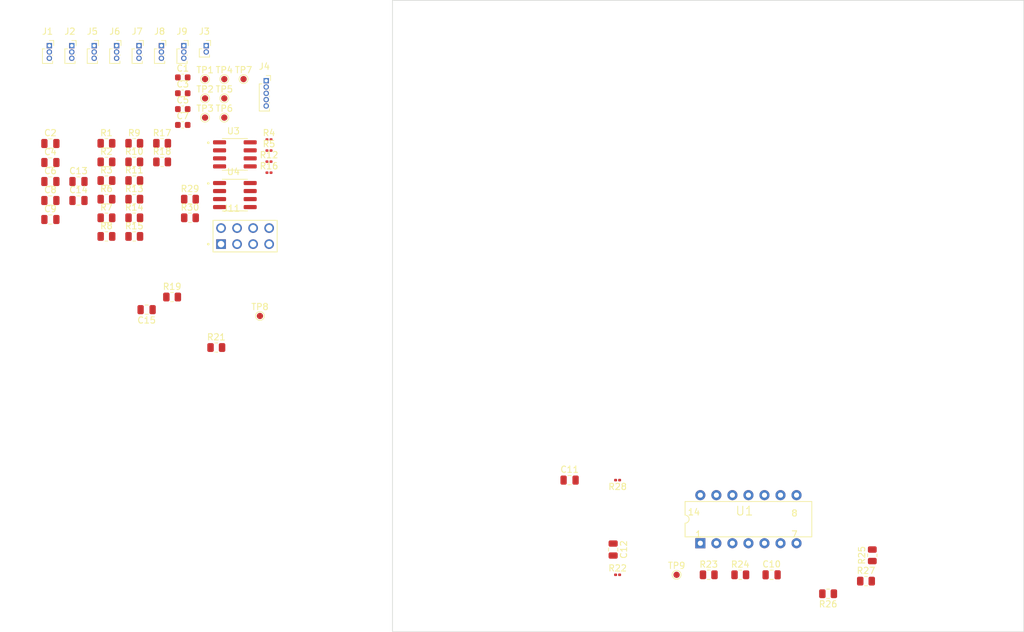
<source format=kicad_pcb>
(kicad_pcb (version 20221018) (generator pcbnew)
  (layers (0 "F.Cu" signal) (31 "B.Cu" signal) (34 "B.Paste" user) (35 "F.Paste" user) (36 "B.SilkS" user "B.Silkscreen") (37 "F.SilkS" user "F.Silkscreen") (38 "B.Mask" user) (39 "F.Mask" user) (44 "Edge.Cuts" user))
  (net 0 "")
  (net 1 "RxIn1")
  (net 2 "Net-(C1-Pad2)")
  (net 3 "Net-(U3A--)")
  (net 4 "Net-(J1-Pin_1)")
  (net 5 "Net-(J1-Pin_2)")
  (net 6 "Net-(C3-Pad2)")
  (net 7 "Net-(U3B--)")
  (net 8 "RxOut1")
  (net 9 "RxIn2")
  (net 10 "Net-(C5-Pad2)")
  (net 11 "Net-(U4A--)")
  (net 12 "Net-(J9-Pin_1)")
  (net 13 "Net-(J9-Pin_2)")
  (net 14 "Net-(C7-Pad2)")
  (net 15 "Net-(U4B--)")
  (net 16 "RxOut2")
  (net 17 "Net-(J8-Pin_3)")
  (net 18 "Net-(J5-Pin_1)")
  (net 19 "Net-(C10-Pad1)")
  (net 20 "GND")
  (net 21 "Net-(C11-Pad1)")
  (net 22 "Net-(U1A-+)")
  (net 23 "+3.3V")
  (net 24 "+12V")
  (net 25 "RxIn")
  (net 26 "TxOut")
  (net 27 "Net-(J4-Pin_5)")
  (net 28 "Net-(J5-Pin_2)")
  (net 29 "Net-(U3A-+)")
  (net 30 "Net-(U3B-+)")
  (net 31 "Net-(U4A-+)")
  (net 32 "Net-(U4B-+)")
  (net 33 "Net-(U1C-+)")
  (net 34 "Net-(U1C--)")
  (net 35 "Net-(U1D-+)")
  (net 36 "Net-(U1A--)")
  (net 37 "Net-(R25-Pad1)")
  (net 38 "Net-(U1D--)")
  (footprint "Capacitor_SMD:C_0805_2012Metric" (layer "F.Cu") (at 45.805 79.69)
    (fp_text reference "C4" (at 0 -1.68) (layer "F.SilkS"))
    (fp_text value "22p")
    (fp_line (start -0.261252 -0.735) (end 0.261252 -0.735) (stroke (width 0.12)) (layer "F.SilkS"))
    (fp_line (start -0.261252 0.735) (end 0.261252 0.735) (stroke (width 0.12)) (layer "F.SilkS"))
    (pad "1" smd roundrect (at -0.95 0) (size 1 1.45) (layers "F.Cu" "F.Paste" "F.Mask") (net 7 "Net-(U3B--)"))
    (pad "2" smd roundrect (at 0.95 0) (size 1 1.45) (layers "F.Cu" "F.Paste" "F.Mask") (net 8 "RxOut1"))
  )
  (footprint "Resistor_SMD:R_0805_2012Metric" (layer "F.Cu") (at 59.095 85.5)
    (fp_text reference "R13" (at 0 -1.65) (layer "F.SilkS"))
    (fp_text value "10k")
    (fp_line (start -0.227064 -0.735) (end 0.227064 -0.735) (stroke (width 0.12)) (layer "F.SilkS"))
    (fp_line (start -0.227064 0.735) (end 0.227064 0.735) (stroke (width 0.12)) (layer "F.SilkS"))
    (pad "1" smd roundrect (at -0.9125 0) (size 1.025 1.4) (layers "F.Cu" "F.Paste" "F.Mask") (roundrect_rratio 0.243902) (net 23 "+3.3V"))
    (pad "2" smd roundrect (at 0.9125 0) (size 1.025 1.4) (layers "F.Cu" "F.Paste" "F.Mask") (roundrect_rratio 0.243902) (net 32 "Net-(U4B-+)"))
  )
  (footprint "Connector_PinSocket_1.00mm:PinSocket_1x03_P1.00mm_Vertical" (layer "F.Cu") (at 52.745 61.18)
    (fp_text reference "J5" (at -0.29 -2.25) (layer "F.SilkS"))
    (fp_text value "Conn_01x03_Socket")
    (fp_line (start -1.1 0.5) (end -1.1 2.81) (stroke (width 0.12)) (layer "F.SilkS"))
    (fp_line (start -1.1 0.5) (end -0.685 0.5) (stroke (width 0.12)) (layer "F.SilkS"))
    (fp_line (start -1.1 2.81) (end 0.52 2.81) (stroke (width 0.12)) (layer "F.SilkS"))
    (fp_line (start 0 -0.81) (end 0.685 -0.81) (stroke (width 0.12)) (layer "F.SilkS"))
    (fp_line (start 0.52 1.445898) (end 0.52 1.554102) (stroke (width 0.12)) (layer "F.SilkS"))
    (fp_line (start 0.52 2.445898) (end 0.52 2.81) (stroke (width 0.12)) (layer "F.SilkS"))
    (fp_line (start 0.685 -0.81) (end 0.685 0) (stroke (width 0.12)) (layer "F.SilkS"))
    (pad "1" thru_hole rect (at 0 0) (size 0.85 0.85) (drill 0.5) (layers "*.Cu" "*.Mask") (net 18 "Net-(J5-Pin_1)"))
    (pad "2" thru_hole oval (at 0 1) (size 0.85 0.85) (drill 0.5) (layers "*.Cu" "*.Mask") (net 28 "Net-(J5-Pin_2)"))
    (pad "3" thru_hole oval (at 0 2) (size 0.85 0.85) (drill 0.5) (layers "*.Cu" "*.Mask") (net 20 "GND"))
  )
  (footprint "Resistor_SMD:R_0805_2012Metric" (layer "F.Cu") (at 54.685 76.65)
    (fp_text reference "R1" (at 0 -1.65) (layer "F.SilkS"))
    (fp_text value "10k")
    (fp_line (start -0.227064 -0.735) (end 0.227064 -0.735) (stroke (width 0.12)) (layer "F.SilkS"))
    (fp_line (start -0.227064 0.735) (end 0.227064 0.735) (stroke (width 0.12)) (layer "F.SilkS"))
    (pad "1" smd roundrect (at -0.9125 0) (size 1.025 1.4) (layers "F.Cu" "F.Paste" "F.Mask") (roundrect_rratio 0.243902) (net 29 "Net-(U3A-+)"))
    (pad "2" smd roundrect (at 0.9125 0) (size 1.025 1.4) (layers "F.Cu" "F.Paste" "F.Mask") (roundrect_rratio 0.243902) (net 23 "+3.3V"))
  )
  (footprint "Connector_PinSocket_1.00mm:PinSocket_1x03_P1.00mm_Vertical" (layer "F.Cu") (at 59.845 61.18)
    (fp_text reference "J7" (at -0.29 -2.25) (layer "F.SilkS"))
    (fp_text value "Conn_01x03_Socket")
    (fp_line (start -1.1 0.5) (end -1.1 2.81) (stroke (width 0.12)) (layer "F.SilkS"))
    (fp_line (start -1.1 0.5) (end -0.685 0.5) (stroke (width 0.12)) (layer "F.SilkS"))
    (fp_line (start -1.1 2.81) (end 0.52 2.81) (stroke (width 0.12)) (layer "F.SilkS"))
    (fp_line (start 0 -0.81) (end 0.685 -0.81) (stroke (width 0.12)) (layer "F.SilkS"))
    (fp_line (start 0.52 1.445898) (end 0.52 1.554102) (stroke (width 0.12)) (layer "F.SilkS"))
    (fp_line (start 0.52 2.445898) (end 0.52 2.81) (stroke (width 0.12)) (layer "F.SilkS"))
    (fp_line (start 0.685 -0.81) (end 0.685 0) (stroke (width 0.12)) (layer "F.SilkS"))
    (pad "1" thru_hole rect (at 0 0) (size 0.85 0.85) (drill 0.5) (layers "*.Cu" "*.Mask") (net 16 "RxOut2"))
    (pad "2" thru_hole oval (at 0 1) (size 0.85 0.85) (drill 0.5) (layers "*.Cu" "*.Mask") (net 20 "GND"))
    (pad "3" thru_hole oval (at 0 2) (size 0.85 0.85) (drill 0.5) (layers "*.Cu" "*.Mask") (net 20 "GND"))
  )
  (footprint "Capacitor_SMD:C_0805_2012Metric" (layer "F.Cu") (at 134.95 141 -90)
    (fp_text reference "C12" (at 0 -1.68 90) (layer "F.SilkS"))
    (fp_text value "2.2n")
    (fp_line (start -0.261252 -0.735) (end 0.261252 -0.735) (stroke (width 0.12)) (layer "F.SilkS"))
    (fp_line (start -0.261252 0.735) (end 0.261252 0.735) (stroke (width 0.12)) (layer "F.SilkS"))
    (pad "1" smd roundrect (at -0.95 0 270) (size 1 1.45) (layers "F.Cu" "F.Paste" "F.Mask") (net 21 "Net-(C11-Pad1)"))
    (pad "2" smd roundrect (at 0.95 0 270) (size 1 1.45) (layers "F.Cu" "F.Paste" "F.Mask") (net 22 "Net-(U1A-+)"))
  )
  (footprint "Resistor_SMD:R_0805_2012Metric" (layer "F.Cu") (at 63.505 79.6)
    (fp_text reference "R18" (at 0 -1.65) (layer "F.SilkS"))
    (fp_text value "10k")
    (fp_line (start -0.227064 -0.735) (end 0.227064 -0.735) (stroke (width 0.12)) (layer "F.SilkS"))
    (fp_line (start -0.227064 0.735) (end 0.227064 0.735) (stroke (width 0.12)) (layer "F.SilkS"))
    (pad "1" smd roundrect (at -0.9125 0) (size 1.025 1.4) (layers "F.Cu" "F.Paste" "F.Mask") (roundrect_rratio 0.243902) (net 20 "GND"))
    (pad "2" smd roundrect (at 0.9125 0) (size 1.025 1.4) (layers "F.Cu" "F.Paste" "F.Mask") (roundrect_rratio 0.243902) (net 33 "Net-(U1C-+)"))
  )
  (footprint "Connector_PinSocket_1.00mm:PinSocket_1x03_P1.00mm_Vertical" (layer "F.Cu") (at 49.195 61.18)
    (fp_text reference "J2" (at -0.29 -2.25) (layer "F.SilkS"))
    (fp_text value "Conn_01x03_Socket")
    (fp_line (start -1.1 0.5) (end -1.1 2.81) (stroke (width 0.12)) (layer "F.SilkS"))
    (fp_line (start -1.1 0.5) (end -0.685 0.5) (stroke (width 0.12)) (layer "F.SilkS"))
    (fp_line (start -1.1 2.81) (end 0.52 2.81) (stroke (width 0.12)) (layer "F.SilkS"))
    (fp_line (start 0 -0.81) (end 0.685 -0.81) (stroke (width 0.12)) (layer "F.SilkS"))
    (fp_line (start 0.52 1.445898) (end 0.52 1.554102) (stroke (width 0.12)) (layer "F.SilkS"))
    (fp_line (start 0.52 2.445898) (end 0.52 2.81) (stroke (width 0.12)) (layer "F.SilkS"))
    (fp_line (start 0.685 -0.81) (end 0.685 0) (stroke (width 0.12)) (layer "F.SilkS"))
    (pad "1" thru_hole rect (at 0 0) (size 0.85 0.85) (drill 0.5) (layers "*.Cu" "*.Mask") (net 20 "GND"))
    (pad "2" thru_hole oval (at 0 1) (size 0.85 0.85) (drill 0.5) (layers "*.Cu" "*.Mask") (net 23 "+3.3V"))
    (pad "3" thru_hole oval (at 0 2) (size 0.85 0.85) (drill 0.5) (layers "*.Cu" "*.Mask") (net 25 "RxIn"))
  )
  (footprint "Resistor_SMD:R_0805_2012Metric" (layer "F.Cu") (at 169 148 180)
    (fp_text reference "R26" (at 0 -1.65) (layer "F.SilkS"))
    (fp_text value "1.2k")
    (fp_line (start -0.227064 -0.735) (end 0.227064 -0.735) (stroke (width 0.12)) (layer "F.SilkS"))
    (fp_line (start -0.227064 0.735) (end 0.227064 0.735) (stroke (width 0.12)) (layer "F.SilkS"))
    (pad "1" smd roundrect (at -0.9125 0 180) (size 1.025 1.4) (layers "F.Cu" "F.Paste" "F.Mask") (roundrect_rratio 0.243902) (net 37 "Net-(R25-Pad1)"))
    (pad "2" smd roundrect (at 0.9125 0 180) (size 1.025 1.4) (layers "F.Cu" "F.Paste" "F.Mask") (roundrect_rratio 0.243902) (net 24 "+12V"))
  )
  (footprint "TL082:SOIC127P600X175-8N" (layer "F.Cu") (at 75.03 84.85)
    (fp_text reference "U4" (at -0.22823 -3.69219) (layer "F.SilkS") (effects (font (size 1.00126 1.00126))))
    (fp_text value "TL082")
    (fp_line (start -2 -2.5) (end 2 -2.5) (stroke (width 0.127)) (layer "F.SilkS"))
    (fp_line (start 2 2.5) (end -2 2.5) (stroke (width 0.127)) (layer "F.SilkS"))
    (fp_circle (center -4.21 -1.84) (end -4.11 -1.84) (stroke (width 0.2)) (fill none) (layer "F.SilkS"))
    (pad "1" smd roundrect (at -2.425 -1.905) (size 2.07 0.66) (layers "F.Cu" "F.Paste" "F.Mask") (net 12 "Net-(J9-Pin_1)"))
    (pad "2" smd roundrect (at -2.425 -0.635) (size 2.07 0.66) (layers "F.Cu" "F.Paste" "F.Mask") (net 11 "Net-(U4A--)"))
    (pad "3" smd roundrect (at -2.425 0.635) (size 2.07 0.66) (layers "F.Cu" "F.Paste" "F.Mask") (net 31 "Net-(U4A-+)"))
    (pad "4" smd roundrect (at -2.425 1.905) (size 2.07 0.66) (layers "F.Cu" "F.Paste" "F.Mask") (net 20 "GND"))
    (pad "5" smd roundrect (at 2.425 1.905) (size 2.07 0.66) (layers "F.Cu" "F.Paste" "F.Mask") (net 32 "Net-(U4B-+)"))
    (pad "6" smd roundrect (at 2.425 0.635) (size 2.07 0.66) (layers "F.Cu" "F.Paste" "F.Mask") (net 15 "Net-(U4B--)"))
    (pad "7" smd roundrect (at 2.425 -0.635) (size 2.07 0.66) (layers "F.Cu" "F.Paste" "F.Mask") (net 16 "RxOut2"))
    (pad "8" smd roundrect (at 2.425 -1.905) (size 2.07 0.66) (layers "F.Cu" "F.Paste" "F.Mask") (net 23 "+3.3V"))
  )
  (footprint "Resistor_SMD:R_0201_0603Metric" (layer "F.Cu") (at 80.435 79.55)
    (fp_text reference "R12" (at 0 -1.05) (layer "F.SilkS"))
    (fp_text value "120k")
    (pad "1" smd roundrect (at -0.32 0) (size 0.46 0.4) (layers "F.Cu" "F.Mask") (net 12 "Net-(J9-Pin_1)"))
    (pad "2" smd roundrect (at 0.32 0) (size 0.46 0.4) (layers "F.Cu" "F.Mask") (net 11 "Net-(U4A--)"))
  )
  (footprint "Resistor_SMD:R_0805_2012Metric" (layer "F.Cu") (at 54.685 85.5)
    (fp_text reference "R6" (at 0 -1.65) (layer "F.SilkS"))
    (fp_text value "1.2k")
    (fp_line (start -0.227064 -0.735) (end 0.227064 -0.735) (stroke (width 0.12)) (layer "F.SilkS"))
    (fp_line (start -0.227064 0.735) (end 0.227064 0.735) (stroke (width 0.12)) (layer "F.SilkS"))
    (pad "1" smd roundrect (at -0.9125 0) (size 1.025 1.4) (layers "F.Cu" "F.Paste" "F.Mask") (roundrect_rratio 0.243902) (net 7 "Net-(U3B--)"))
    (pad "2" smd roundrect (at 0.9125 0) (size 1.025 1.4) (layers "F.Cu" "F.Paste" "F.Mask") (roundrect_rratio 0.243902) (net 6 "Net-(C3-Pad2)"))
  )
  (footprint "PH2_08_UA:ADAM_PH2-08-UA" (layer "F.Cu") (at 76.65 91.35)
    (fp_text reference "J11" (at -2.155 -4.385) (layer "F.SilkS"))
    (fp_text value "PH2-08-UA")
    (fp_line (start -5.08 -2.5) (end -5.08 2.5) (stroke (width 0.127)) (layer "F.SilkS"))
    (fp_line (start -5.08 2.5) (end 5.08 2.5) (stroke (width 0.127)) (layer "F.SilkS"))
    (fp_line (start 5.08 -2.5) (end -5.08 -2.5) (stroke (width 0.127)) (layer "F.SilkS"))
    (fp_line (start 5.08 2.5) (end 5.08 -2.5) (stroke (width 0.127)) (layer "F.SilkS"))
    (fp_circle (center -5.83 1.27) (end -5.73 1.27) (stroke (width 0.2)) (fill none) (layer "F.SilkS"))
    (pad "1" thru_hole rect (at -3.81 1.27) (size 1.53 1.53) (drill 1.02) (layers "*.Cu" "*.Mask") (net 25 "RxIn"))
    (pad "2" thru_hole circle (at -3.81 -1.27) (size 1.53 1.53) (drill 1.02) (layers "*.Cu" "*.Mask") (net 1 "RxIn1"))
    (pad "3" thru_hole circle (at -1.27 1.27) (size 1.53 1.53) (drill 1.02) (layers "*.Cu" "*.Mask") (net 25 "RxIn"))
    (pad "4" thru_hole circle (at -1.27 -1.27) (size 1.53 1.53) (drill 1.02) (layers "*.Cu" "*.Mask") (net 9 "RxIn2"))
    (pad "5" thru_hole circle (at 1.27 1.27) (size 1.53 1.53) (drill 1.02) (layers "*.Cu" "*.Mask") (net 20 "GND"))
    (pad "6" thru_hole circle (at 1.27 -1.27) (size 1.53 1.53) (drill 1.02) (layers "*.Cu" "*.Mask") (net 1 "RxIn1"))
    (pad "7" thru_hole circle (at 3.81 1.27) (size 1.53 1.53) (drill 1.02) (layers "*.Cu" "*.Mask") (net 20 "GND"))
    (pad "8" thru_hole circle (at 3.81 -1.27) (size 1.53 1.53) (drill 1.02) (layers "*.Cu" "*.Mask") (net 9 "RxIn2"))
  )
  (footprint "Resistor_SMD:R_0805_2012Metric" (layer "F.Cu") (at 155.0875 145)
    (fp_text reference "R24" (at 0 -1.65) (layer "F.SilkS"))
    (fp_text value "11k")
    (fp_line (start -0.227064 -0.735) (end 0.227064 -0.735) (stroke (width 0.12)) (layer "F.SilkS"))
    (fp_line (start -0.227064 0.735) (end 0.227064 0.735) (stroke (width 0.12)) (layer "F.SilkS"))
    (pad "1" smd roundrect (at -0.9125 0) (size 1.025 1.4) (layers "F.Cu" "F.Paste" "F.Mask") (roundrect_rratio 0.243902) (net 36 "Net-(U1A--)"))
    (pad "2" smd roundrect (at 0.9125 0) (size 1.025 1.4) (layers "F.Cu" "F.Paste" "F.Mask") (roundrect_rratio 0.243902) (net 19 "Net-(C10-Pad1)"))
  )
  (footprint "Capacitor_SMD:C_0805_2012Metric" (layer "F.Cu") (at 128.05 130)
    (fp_text reference "C11" (at 0 -1.68) (layer "F.SilkS"))
    (fp_text value "2.2n")
    (fp_line (start -0.261252 -0.735) (end 0.261252 -0.735) (stroke (width 0.12)) (layer "F.SilkS"))
    (fp_line (start -0.261252 0.735) (end 0.261252 0.735) (stroke (width 0.12)) (layer "F.SilkS"))
    (pad "1" smd roundrect (at -0.95 0) (size 1 1.45) (layers "F.Cu" "F.Paste" "F.Mask") (net 21 "Net-(C11-Pad1)"))
    (pad "2" smd roundrect (at 0.95 0) (size 1 1.45) (layers "F.Cu" "F.Paste" "F.Mask") (net 20 "GND"))
  )
  (footprint "Resistor_SMD:R_0805_2012Metric" (layer "F.Cu") (at 67.915 88.45)
    (fp_text reference "R30" (at 0 -1.65) (layer "F.SilkS"))
    (fp_text value "390")
    (fp_line (start -0.227064 -0.735) (end 0.227064 -0.735) (stroke (width 0.12)) (layer "F.SilkS"))
    (fp_line (start -0.227064 0.735) (end 0.227064 0.735) (stroke (width 0.12)) (layer "F.SilkS"))
    (pad "1" smd roundrect (at -0.9125 0) (size 1.025 1.4) (layers "F.Cu" "F.Paste" "F.Mask") (roundrect_rratio 0.243902) (net 27 "Net-(J4-Pin_5)"))
    (pad "2" smd roundrect (at 0.9125 0) (size 1.025 1.4) (layers "F.Cu" "F.Paste" "F.Mask") (roundrect_rratio 0.243902) (net 20 "GND"))
  )
  (footprint "Resistor_SMD:R_0805_2012Metric" (layer "F.Cu") (at 54.685 79.6)
    (fp_text reference "R2" (at 0 -1.65) (layer "F.SilkS"))
    (fp_text value "10k")
    (fp_line (start -0.227064 -0.735) (end 0.227064 -0.735) (stroke (width 0.12)) (layer "F.SilkS"))
    (fp_line (start -0.227064 0.735) (end 0.227064 0.735) (stroke (width 0.12)) (layer "F.SilkS"))
    (pad "1" smd roundrect (at -0.9125 0) (size 1.025 1.4) (layers "F.Cu" "F.Paste" "F.Mask") (roundrect_rratio 0.243902) (net 20 "GND"))
    (pad "2" smd roundrect (at 0.9125 0) (size 1.025 1.4) (layers "F.Cu" "F.Paste" "F.Mask") (roundrect_rratio 0.243902) (net 29 "Net-(U3A-+)"))
  )
  (footprint "Capacitor_SMD:C_0805_2012Metric" (layer "F.Cu") (at 45.805 88.72)
    (fp_text reference "C9" (at 0 -1.68) (layer "F.SilkS"))
    (fp_text value "10u")
    (fp_line (start -0.261252 -0.735) (end 0.261252 -0.735) (stroke (width 0.12)) (layer "F.SilkS"))
    (fp_line (start -0.261252 0.735) (end 0.261252 0.735) (stroke (width 0.12)) (layer "F.SilkS"))
    (pad "1" smd roundrect (at -0.95 0) (size 1 1.45) (layers "F.Cu" "F.Paste" "F.Mask") (net 17 "Net-(J8-Pin_3)"))
    (pad "2" smd roundrect (at 0.95 0) (size 1 1.45) (layers "F.Cu" "F.Paste" "F.Mask") (net 18 "Net-(J5-Pin_1)"))
  )
  (footprint "Resistor_SMD:R_0805_2012Metric" (layer "F.Cu") (at 54.685 82.55)
    (fp_text reference "R3" (at 0 -1.65) (layer "F.SilkS"))
    (fp_text value "1.2k")
    (fp_line (start -0.227064 -0.735) (end 0.227064 -0.735) (stroke (width 0.12)) (layer "F.SilkS"))
    (fp_line (start -0.227064 0.735) (end 0.227064 0.735) (stroke (width 0.12)) (layer "F.SilkS"))
    (pad "1" smd roundrect (at -0.9125 0) (size 1.025 1.4) (layers "F.Cu" "F.Paste" "F.Mask") (roundrect_rratio 0.243902) (net 3 "Net-(U3A--)"))
    (pad "2" smd roundrect (at 0.9125 0) (size 1.025 1.4) (layers "F.Cu" "F.Paste" "F.Mask") (roundrect_rratio 0.243902) (net 2 "Net-(C1-Pad2)"))
  )
  (footprint "TL082:SOIC127P600X175-8N" (layer "F.Cu") (at 75.03 78.4)
    (fp_text reference "U3" (at -0.22823 -3.69219) (layer "F.SilkS") (effects (font (size 1.00126 1.00126))))
    (fp_text value "TL082")
    (fp_line (start -2 -2.5) (end 2 -2.5) (stroke (width 0.127)) (layer "F.SilkS"))
    (fp_line (start 2 2.5) (end -2 2.5) (stroke (width 0.127)) (layer "F.SilkS"))
    (fp_circle (center -4.21 -1.84) (end -4.11 -1.84) (stroke (width 0.2)) (fill none) (layer "F.SilkS"))
    (pad "1" smd roundrect (at -2.425 -1.905) (size 2.07 0.66) (layers "F.Cu" "F.Paste" "F.Mask") (net 4 "Net-(J1-Pin_1)"))
    (pad "2" smd roundrect (at -2.425 -0.635) (size 2.07 0.66) (layers "F.Cu" "F.Paste" "F.Mask") (net 3 "Net-(U3A--)"))
    (pad "3" smd roundrect (at -2.425 0.635) (size 2.07 0.66) (layers "F.Cu" "F.Paste" "F.Mask") (net 29 "Net-(U3A-+)"))
    (pad "4" smd roundrect (at -2.425 1.905) (size 2.07 0.66) (layers "F.Cu" "F.Paste" "F.Mask") (net 20 "GND"))
    (pad "5" smd roundrect (at 2.425 1.905) (size 2.07 0.66) (layers "F.Cu" "F.Paste" "F.Mask") (net 30 "Net-(U3B-+)"))
    (pad "6" smd roundrect (at 2.425 0.635) (size 2.07 0.66) (layers "F.Cu" "F.Paste" "F.Mask") (net 7 "Net-(U3B--)"))
    (pad "7" smd roundrect (at 2.425 -0.635) (size 2.07 0.66) (layers "F.Cu" "F.Paste" "F.Mask") (net 8 "RxOut1"))
    (pad "8" smd roundrect (at 2.425 -1.905) (size 2.07 0.66) (layers "F.Cu" "F.Paste" "F.Mask") (net 23 "+3.3V"))
  )
  (footprint "Connector_PinSocket_1.00mm:PinSocket_1x03_P1.00mm_Vertical" (layer "F.Cu") (at 56.295 61.18)
    (fp_text reference "J6" (at -0.29 -2.25) (layer "F.SilkS"))
    (fp_text value "Conn_01x03_Socket")
    (fp_line (start -1.1 0.5) (end -1.1 2.81) (stroke (width 0.12)) (layer "F.SilkS"))
    (fp_line (start -1.1 0.5) (end -0.685 0.5) (stroke (width 0.12)) (layer "F.SilkS"))
    (fp_line (start -1.1 2.81) (end 0.52 2.81) (stroke (width 0.12)) (layer "F.SilkS"))
    (fp_line (start 0 -0.81) (end 0.685 -0.81) (stroke (width 0.12)) (layer "F.SilkS"))
    (fp_line (start 0.52 1.445898) (end 0.52 1.554102) (stroke (width 0.12)) (layer "F.SilkS"))
    (fp_line (start 0.52 2.445898) (end 0.52 2.81) (stroke (width 0.12)) (layer "F.SilkS"))
    (fp_line (start 0.685 -0.81) (end 0.685 0) (stroke (width 0.12)) (layer "F.SilkS"))
    (pad "1" thru_hole rect (at 0 0) (size 0.85 0.85) (drill 0.5) (layers "*.Cu" "*.Mask") (net 8 "RxOut1"))
    (pad "2" thru_hole oval (at 0 1) (size 0.85 0.85) (drill 0.5) (layers "*.Cu" "*.Mask") (net 20 "GND"))
    (pad "3" thru_hole oval (at 0 2) (size 0.85 0.85) (drill 0.5) (layers "*.Cu" "*.Mask") (net 20 "GND"))
  )
  (footprint "Resistor_SMD:R_0805_2012Metric" (layer "F.Cu") (at 150.0875 145)
    (fp_text reference "R23" (at 0 -1.65) (layer "F.SilkS"))
    (fp_text value "20k")
    (fp_line (start -0.227064 -0.735) (end 0.227064 -0.735) (stroke (width 0.12)) (layer "F.SilkS"))
    (fp_line (start -0.227064 0.735) (end 0.227064 0.735) (stroke (width 0.12)) (layer "F.SilkS"))
    (pad "1" smd roundrect (at -0.9125 0) (size 1.025 1.4) (layers "F.Cu" "F.Paste" "F.Mask") (roundrect_rratio 0.243902) (net 26 "TxOut"))
    (pad "2" smd roundrect (at 0.9125 0) (size 1.025 1.4) (layers "F.Cu" "F.Paste" "F.Mask") (roundrect_rratio 0.243902) (net 36 "Net-(U1A--)"))
  )
  (footprint "TestPoint:TestPoint_Pad_D1.0mm" (layer "F.Cu") (at 73.355 66.48)
    (fp_text reference "TP4" (at 0 -1.448) (layer "F.SilkS"))
    (fp_text value "TestPoint")
    (fp_circle (center 0 0) (end 0 0.7) (stroke (width 0.12)) (fill none) (layer "F.SilkS"))
    (pad "1" smd circle (at 0 0) (size 1 1) (layers "F.Cu" "F.Mask") (net 16 "RxOut2"))
  )
  (footprint "TestPoint:TestPoint_Pad_D1.0mm" (layer "F.Cu") (at 73.355 69.53)
    (fp_text reference "TP5" (at 0 -1.448) (layer "F.SilkS"))
    (fp_text value "TestPoint")
    (fp_circle (center 0 0) (end 0 0.7) (stroke (width 0.12)) (fill none) (layer "F.SilkS"))
    (pad "1" smd circle (at 0 0) (size 1 1) (layers "F.Cu" "F.Mask") (net 1 "RxIn1"))
  )
  (footprint "Capacitor_SMD:C_0603_1608Metric" (layer "F.Cu") (at 66.775 68.72)
    (fp_text reference "C3" (at 0 -1.43) (layer "F.SilkS"))
    (fp_text value "6.8n")
    (fp_line (start -0.14058 -0.51) (end 0.14058 -0.51) (stroke (width 0.12)) (layer "F.SilkS"))
    (fp_line (start -0.14058 0.51) (end 0.14058 0.51) (stroke (width 0.12)) (layer "F.SilkS"))
    (pad "1" smd roundrect (at -0.775 0) (size 0.9 0.95) (layers "F.Cu" "F.Paste" "F.Mask") (net 5 "Net-(J1-Pin_2)"))
    (pad "2" smd roundrect (at 0.775 0) (size 0.9 0.95) (layers "F.Cu" "F.Paste" "F.Mask") (net 6 "Net-(C3-Pad2)"))
  )
  (footprint "Resistor_SMD:R_0805_2012Metric" (layer "F.Cu") (at 59.095 82.55)
    (fp_text reference "R11" (at 0 -1.65) (layer "F.SilkS"))
    (fp_text value "10k")
    (fp_line (start -0.227064 -0.735) (end 0.227064 -0.735) (stroke (width 0.12)) (layer "F.SilkS"))
    (fp_line (start -0.227064 0.735) (end 0.227064 0.735) (stroke (width 0.12)) (layer "F.SilkS"))
    (pad "1" smd roundrect (at -0.9125 0) (size 1.025 1.4) (layers "F.Cu" "F.Paste" "F.Mask") (roundrect_rratio 0.243902) (net 20 "GND"))
    (pad "2" smd roundrect (at 0.9125 0) (size 1.025 1.4) (layers "F.Cu" "F.Paste" "F.Mask") (roundrect_rratio 0.243902) (net 31 "Net-(U4A-+)"))
  )
  (footprint "Capacitor_SMD:C_0805_2012Metric" (layer "F.Cu") (at 61.05 103 180)
    (fp_text reference "C15" (at 0 -1.68) (layer "F.SilkS"))
    (fp_text value "0.1u")
    (fp_line (start -0.261252 -0.735) (end 0.261252 -0.735) (stroke (width 0.12)) (layer "F.SilkS"))
    (fp_line (start -0.261252 0.735) (end 0.261252 0.735) (stroke (width 0.12)) (layer "F.SilkS"))
    (pad "1" smd roundrect (at -0.95 0 180) (size 1 1.45) (layers "F.Cu" "F.Paste" "F.Mask") (net 24 "+12V"))
    (pad "2" smd roundrect (at 0.95 0 180) (size 1 1.45) (layers "F.Cu" "F.Paste" "F.Mask") (net 20 "GND"))
  )
  (footprint "Resistor_SMD:R_0201_0603Metric" (layer "F.Cu") (at 80.435 76.05)
    (fp_text reference "R4" (at 0 -1.05) (layer "F.SilkS"))
    (fp_text value "120k")
    (pad "1" smd roundrect (at -0.32 0) (size 0.46 0.4) (layers "F.Cu" "F.Mask") (net 8 "RxOut1"))
    (pad "2" smd roundrect (at 0.32 0) (size 0.46 0.4) (layers "F.Cu" "F.Mask") (net 7 "Net-(U3B--)"))
  )
  (footprint "Resistor_SMD:R_0201_0603Metric" (layer "F.Cu") (at 80.435 77.8)
    (fp_text reference "R5" (at 0 -1.05) (layer "F.SilkS"))
    (fp_text value "120k")
    (pad "1" smd roundrect (at -0.32 0) (size 0.46 0.4) (layers "F.Cu" "F.Mask") (net 4 "Net-(J1-Pin_1)"))
    (pad "2" smd roundrect (at 0.32 0) (size 0.46 0.4) (layers "F.Cu" "F.Mask") (net 3 "Net-(U3A--)"))
  )
  (footprint "Connector_PinSocket_1.00mm:PinSocket_1x03_P1.00mm_Vertical" (layer "F.Cu") (at 63.395 61.18)
    (fp_text reference "J8" (at -0.29 -2.25) (layer "F.SilkS"))
    (fp_text value "Conn_01x03_Socket")
    (fp_line (start -1.1 0.5) (end -1.1 2.81) (stroke (width 0.12)) (layer "F.SilkS"))
    (fp_line (start -1.1 0.5) (end -0.685 0.5) (stroke (width 0.12)) (layer "F.SilkS"))
    (fp_line (start -1.1 2.81) (end 0.52 2.81) (stroke (width 0.12)) (layer "F.SilkS"))
    (fp_line (start 0 -0.81) (end 0.685 -0.81) (stroke (width 0.12)) (layer "F.SilkS"))
    (fp_line (start 0.52 1.445898) (end 0.52 1.554102) (stroke (width 0.12)) (layer "F.SilkS"))
    (fp_line (start 0.52 2.445898) (end 0.52 2.81) (stroke (width 0.12)) (layer "F.SilkS"))
    (fp_line (start 0.685 -0.81) (end 0.685 0) (stroke (width 0.12)) (layer "F.SilkS"))
    (pad "1" thru_hole rect (at 0 0) (size 0.85 0.85) (drill 0.5) (layers "*.Cu" "*.Mask") (net 20 "GND"))
    (pad "2" thru_hole oval (at 0 1) (size 0.85 0.85) (drill 0.5) (layers "*.Cu" "*.Mask") (net 20 "GND"))
    (pad "3" thru_hole oval (at 0 2) (size 0.85 0.85) (drill 0.5) (layers "*.Cu" "*.Mask") (net 17 "Net-(J8-Pin_3)"))
  )
  (footprint "Resistor_SMD:R_0805_2012Metric" (layer "F.Cu") (at 59.095 91.4)
    (fp_text reference "R15" (at 0 -1.65) (layer "F.SilkS"))
    (fp_text value "1.2k")
    (fp_line (start -0.227064 -0.735) (end 0.227064 -0.735) (stroke (width 0.12)) (layer "F.SilkS"))
    (fp_line (start -0.227064 0.735) (end 0.227064 0.735) (stroke (width 0.12)) (layer "F.SilkS"))
    (pad "1" smd roundrect (at -0.9125 0) (size 1.025 1.4) (layers "F.Cu" "F.Paste" "F.Mask") (roundrect_rratio 0.243902) (net 15 "Net-(U4B--)"))
    (pad "2" smd roundrect (at 0.9125 0) (size 1.025 1.4) (layers "F.Cu" "F.Paste" "F.Mask") (roundrect_rratio 0.243902) (net 14 "Net-(C7-Pad2)"))
  )
  (footprint "Resistor_SMD:R_0805_2012Metric" (layer "F.Cu") (at 72.0875 109)
    (fp_text reference "R21" (at 0 -1.65) (layer "F.SilkS"))
    (fp_text value "1k")
    (fp_line (start -0.227064 -0.735) (end 0.227064 -0.735) (stroke (width 0.12)) (layer "F.SilkS"))
    (fp_line (start -0.227064 0.735) (end 0.227064 0.735) (stroke (width 0.12)) (layer "F.SilkS"))
    (pad "1" smd roundrect (at -0.9125 0) (size 1.025 1.4) (layers "F.Cu" "F.Paste" "F.Mask") (roundrect_rratio 0.243902) (net 34 "Net-(U1C--)"))
    (pad "2" smd roundrect (at 0.9125 0) (size 1.025 1.4) (layers "F.Cu" "F.Paste" "F.Mask") (roundrect_rratio 0.243902) (net 35 "Net-(U1D-+)"))
  )
  (footprint "Capacitor_SMD:C_0805_2012Metric" (layer "F.Cu") (at 160.05 145)
    (fp_text reference "C10" (at 0 -1.68) (layer "F.SilkS"))
    (fp_text value "10u")
    (fp_line (start -0.261252 -0.735) (end 0.261252 -0.735) (stroke (width 0.12)) (layer "F.SilkS"))
    (fp_line (start -0.261252 0.735) (end 0.261252 0.735) (stroke (width 0.12)) (layer "F.SilkS"))
    (pad "1" smd roundrect (at -0.95 0) (size 1 1.45) (layers "F.Cu" "F.Paste" "F.Mask") (net 19 "Net-(C10-Pad1)"))
    (pad "2" smd roundrect (at 0.95 0) (size 1 1.45) (layers "F.Cu" "F.Paste" "F.Mask") (net 20 "GND"))
  )
  (footprint "Resistor_SMD:R_0805_2012Metric" (layer "F.Cu") (at 176 141.9125 90)
    (fp_text reference "R25" (at 0 -1.65 90) (layer "F.SilkS"))
    (fp_text value "3k")
    (fp_line (start -0.227064 -0.735) (end 0.227064 -0.735) (stroke (width 0.12)) (layer "F.SilkS"))
    (fp_line (start -0.227064 0.735) (end 0.227064 0.735) (stroke (width 0.12)) (layer "F.SilkS"))
    (pad "1" smd roundrect (at -0.9125 0 90) (size 1.025 1.4) (layers "F.Cu" "F.Paste" "F.Mask") (roundrect_rratio 0.243902) (net 37 "Net-(R25-Pad1)"))
    (pad "2" smd roundrect (at 0.9125 0 90) (size 1.025 1.4) (layers "F.Cu" "F.Paste" "F.Mask") (roundrect_rratio 0.243902) (net 22 "Net-(U1A-+)"))
  )
  (footprint "TestPoint:TestPoint_Pad_D1.0mm" (layer "F.Cu") (at 70.305 66.48)
    (fp_text reference "TP1" (at 0 -1.448) (layer "F.SilkS"))
    (fp_text value "TestPoint")
    (fp_circle (center 0 0) (end 0 0.7) (stroke (width 0.12)) (fill none) (layer "F.SilkS"))
    (pad "1" smd circle (at 0 0) (size 1 1) (layers "F.Cu" "F.Mask") (net 4 "Net-(J1-Pin_1)"))
  )
  (footprint "Resistor_SMD:R_0805_2012Metric" (layer "F.Cu") (at 63.505 76.65)
    (fp_text reference "R17" (at 0 -1.65) (layer "F.SilkS"))
    (fp_text value "10k")
    (fp_line (start -0.227064 -0.735) (end 0.227064 -0.735) (stroke (width 0.12)) (layer "F.SilkS"))
    (fp_line (start -0.227064 0.735) (end 0.227064 0.735) (stroke (width 0.12)) (layer "F.SilkS"))
    (pad "1" smd roundrect (at -0.9125 0) (size 1.025 1.4) (layers "F.Cu" "F.Paste" "F.Mask") (roundrect_rratio 0.243902) (net 33 "Net-(U1C-+)"))
    (pad "2" smd roundrect (at 0.9125 0) (size 1.025 1.4) (layers "F.Cu" "F.Paste" "F.Mask") (roundrect_rratio 0.243902) (net 24 "+12V"))
  )
  (footprint "Capacitor_SMD:C_0603_1608Metric" (layer "F.Cu") (at 66.775 73.74)
    (fp_text reference "C7" (at 0 -1.43) (layer "F.SilkS"))
    (fp_text value "6.8n")
    (fp_line (start -0.14058 -0.51) (end 0.14058 -0.51) (stroke (width 0.12)) (layer "F.SilkS"))
    (fp_line (start -0.14058 0.51) (end 0.14058 0.51) (stroke (width 0.12)) (layer "F.SilkS"))
    (pad "1" smd roundrect (at -0.775 0) (size 0.9 0.95) (layers "F.Cu" "F.Paste" "F.Mask") (net 13 "Net-(J9-Pin_2)"))
    (pad "2" smd roundrect (at 0.775 0) (size 0.9 0.95) (layers "F.Cu" "F.Paste" "F.Mask") (net 14 "Net-(C7-Pad2)"))
  )
  (footprint "Connector_PinSocket_1.00mm:PinSocket_1x03_P1.00mm_Vertical" (layer "F.Cu") (at 66.945 61.18)
    (fp_text reference "J9" (at -0.29 -2.25) (layer "F.SilkS"))
    (fp_text value "Conn_01x03_Socket")
    (fp_line (start -1.1 0.5) (end -1.1 2.81) (stroke (width 0.12)) (layer "F.SilkS"))
    (fp_line (start -1.1 0.5) (end -0.685 0.5) (stroke (width 0.12)) (layer "F.SilkS"))
    (fp_line (start -1.1 2.81) (end 0.52 2.81) (stroke (width 0.12)) (layer "F.SilkS"))
    (fp_line (start 0 -0.81) (end 0.685 -0.81) (stroke (width 0.12)) (layer "F.SilkS"))
    (fp_line (start 0.52 1.445898) (end 0.52 1.554102) (stroke (width 0.12)) (layer "F.SilkS"))
    (fp_line (start 0.52 2.445898) (end 0.52 2.81) (stroke (width 0.12)) (layer "F.SilkS"))
    (fp_line (start 0.685 -0.81) (end 0.685 0) (stroke (width 0.12)) (layer "F.SilkS"))
    (pad "1" thru_hole rect (at 0 0) (size 0.85 0.85) (drill 0.5) (layers "*.Cu" "*.Mask") (net 12 "Net-(J9-Pin_1)"))
    (pad "2" thru_hole oval (at 0 1) (size 0.85 0.85) (drill 0.5) (layers "*.Cu" "*.Mask") (net 13 "Net-(J9-Pin_2)"))
    (pad "3" thru_hole oval (at 0 2) (size 0.85 0.85) (drill 0.5) (layers "*.Cu" "*.Mask") (net 20 "GND"))
  )
  (footprint "Capacitor_SMD:C_0603_1608Metric" (layer "F.Cu") (at 66.775 66.21)
    (fp_text reference "C1" (at 0 -1.43) (layer "F.SilkS"))
    (fp_text value "6.8n")
    (fp_line (start -0.14058 -0.51) (end 0.14058 -0.51) (stroke (width 0.12)) (layer "F.SilkS"))
    (fp_line (start -0.14058 0.51) (end 0.14058 0.51) (stroke (width 0.12)) (layer "F.SilkS"))
    (pad "1" smd roundrect (at -0.775 0) (size 0.9 0.95) (layers "F.Cu" "F.Paste" "F.Mask") (net 1 "RxIn1"))
    (pad "2" smd roundrect (at 0.775 0) (size 0.9 0.95) (layers "F.Cu" "F.Paste" "F.Mask") (net 2 "Net-(C1-Pad2)"))
  )
  (footprint "Capacitor_SMD:C_0805_2012Metric" (layer "F.Cu") (at 45.805 76.68)
    (fp_text reference "C2" (at 0 -1.68) (layer "F.SilkS"))
    (fp_text value "22p")
    (fp_line (start -0.261252 -0.735) (end 0.261252 -0.735) (stroke (width 0.12)) (layer "F.SilkS"))
    (fp_line (start -0.261252 0.735) (end 0.261252 0.735) (stroke (width 0.12)) (layer "F.SilkS"))
    (pad "1" smd roundrect (at -0.95 0) (size 1 1.45) (layers "F.Cu" "F.Paste" "F.Mask") (net 3 "Net-(U3A--)"))
    (pad "2" smd roundrect (at 0.95 0) (size 1 1.45) (layers "F.Cu" "F.Paste" "F.Mask") (net 4 "Net-(J1-Pin_1)"))
  )
  (footprint "TestPoint:TestPoint_Pad_D1.0mm" (layer "F.Cu") (at 73.355 72.58)
    (fp_text reference "TP6" (at 0 -1.448) (layer "F.SilkS"))
    (fp_text value "TestPoint")
    (fp_circle (center 0 0) (end 0 0.7) (stroke (width 0.12)) (fill none) (layer "F.SilkS"))
    (pad "1" smd circle (at 0 0) (size 1 1) (layers "F.Cu" "F.Mask") (net 9 "RxIn2"))
  )
  (footprint "Resistor_SMD:R_0805_2012Metric" (layer "F.Cu") (at 59.095 76.65)
    (fp_text reference "R9" (at 0 -1.65) (layer "F.SilkS"))
    (fp_text value "1.2k")
    (fp_line (start -0.227064 -0.735) (end 0.227064 -0.735) (stroke (width 0.12)) (layer "F.SilkS"))
    (fp_line (start -0.227064 0.735) (end 0.227064 0.735) (stroke (width 0.12)) (layer "F.SilkS"))
    (pad "1" smd roundrect (at -0.9125 0) (size 1.025 1.4) (layers "F.Cu" "F.Paste" "F.Mask") (roundrect_rratio 0.243902) (net 11 "Net-(U4A--)"))
    (pad "2" smd roundrect (at 0.9125 0) (size 1.025 1.4) (layers "F.Cu" "F.Paste" "F.Mask") (roundrect_rratio 0.243902) (net 10 "Net-(C5-Pad2)"))
  )
  (footprint "Resistor_SMD:R_0805_2012Metric" (layer "F.Cu") (at 59.095 79.6)
    (fp_text reference "R10" (at 0 -1.65) (layer "F.SilkS"))
    (fp_text value "10k")
    (fp_line (start -0.227064 -0.735) (end 0.227064 -0.735) (stroke (width 0.12)) (layer "F.SilkS"))
    (fp_line (start -0.227064 0.735) (end 0.227064 0.735) (stroke (width 0.12)) (layer "F.SilkS"))
    (pad "1" smd roundrect (at -0.9125 0) (size 1.025 1.4) (layers "F.Cu" "F.Paste" "F.Mask") (roundrect_rratio 0.243902) (net 31 "Net-(U4A-+)"))
    (pad "2" smd roundrect (at 0.9125 0) (size 1.025 1.4) (layers "F.Cu" "F.Paste" "F.Mask") (roundrect_rratio 0.243902) (net 23 "+3.3V"))
  )
  (footprint "Capacitor_SMD:C_0805_2012Metric" (layer "F.Cu") (at 45.805 82.7)
    (fp_text reference "C6" (at 0 -1.68) (layer "F.SilkS"))
    (fp_text value "22p")
    (fp_line (start -0.261252 -0.735) (end 0.261252 -0.735) (stroke (width 0.12)) (layer "F.SilkS"))
    (fp_line (start -0.261252 0.735) (end 0.261252 0.735) (stroke (width 0.12)) (layer "F.SilkS"))
    (pad "1" smd roundrect (at -0.95 0) (size 1 1.45) (layers "F.Cu" "F.Paste" "F.Mask") (net 11 "Net-(U4A--)"))
    (pad "2" smd roundrect (at 0.95 0) (size 1 1.45) (layers "F.Cu" "F.Paste" "F.Mask") (net 12 "Net-(J9-Pin_1)"))
  )
  (footprint "Resistor_SMD:R_0805_2012Metric" (layer "F.Cu") (at 67.915 85.5)
    (fp_text reference "R29" (at 0 -1.65) (layer "F.SilkS"))
    (fp_text value "240")
    (fp_line (start -0.227064 -0.735) (end 0.227064 -0.735) (stroke (width 0.12)) (layer "F.SilkS"))
    (fp_line (start -0.227064 0.735) (end 0.227064 0.735) (stroke (width 0.12)) (layer "F.SilkS"))
    (pad "1" smd roundrect (at -0.9125 0) (size 1.025 1.4) (layers "F.Cu" "F.Paste" "F.Mask") (roundrect_rratio 0.243902) (net 23 "+3.3V"))
    (pad "2" smd roundrect (at 0.9125 0) (size 1.025 1.4) (layers "F.Cu" "F.Paste" "F.Mask") (roundrect_rratio 0.243902) (net 27 "Net-(J4-Pin_5)"))
  )
  (footprint "Resistor_SMD:R_0805_2012Metric" (layer "F.Cu") (at 54.685 88.45)
    (fp_text reference "R7" (at 0 -1.65) (layer "F.SilkS"))
    (fp_text value "10k")
    (fp_line (start -0.227064 -0.735) (end 0.227064 -0.735) (stroke (width 0.12)) (layer "F.SilkS"))
    (fp_line (start -0.227064 0.735) (end 0.227064 0.735) (stroke (width 0.12)) (layer "F.SilkS"))
    (pad "1" smd roundrect (at -0.9125 0) (size 1.025 1.4) (layers "F.Cu" "F.Paste" "F.Mask") (roundrect_rratio 0.243902) (net 23 "+3.3V"))
    (pad "2" smd roundrect (at 0.9125 0) (size 1.025 1.4) (layers "F.Cu" "F.Paste" "F.Mask") (roundrect_rratio 0.243902) (net 30 "Net-(U3B-+)"))
  )
  (footprint "Connector_PinSocket_1.00mm:PinSocket_1x05_P1.00mm_Vertical" (layer "F.Cu") (at 79.995 66.73)
    (fp_text reference "J4" (at -0.29 -2.25) (layer "F.SilkS"))
    (fp_text value "Conn_01x05_Socket")
    (fp_line (start -1.1 0.5) (end -1.1 4.81) (stroke (width 0.12)) (layer "F.SilkS"))
    (fp_line (start -1.1 0.5) (end -0.685 0.5) (stroke (width 0.12)) (layer "F.SilkS"))
    (fp_line (start -1.1 4.81) (end 0.52 4.81) (stroke (width 0.12)) (layer "F.SilkS"))
    (fp_line (start 0 -0.81) (end 0.685 -0.81) (stroke (width 0.12)) (layer "F.SilkS"))
    (fp_line (start 0.52 1.445898) (end 0.52 1.554102) (stroke (width 0.12)) (layer "F.SilkS"))
    (fp_line (start 0.52 2.445898) (end 0.52 2.554102) (stroke (width 0.12)) (layer "F.SilkS"))
    (fp_line (start 0.52 3.445898) (end 0.52 3.554102) (stroke (width 0.12)) (layer "F.SilkS"))
    (fp_line (start 0.52 4.445898) (end 0.52 4.81) (stroke (width 0.12)) (layer "F.SilkS"))
    (fp_line (start 0.685 -0.81) (end 0.685 0) (stroke (width 0.12)) (layer "F.SilkS"))
    (pad "1" thru_hole rect (at 0 0) (size 0.85 0.85) (drill 0.5) (layers "*.Cu" "*.Mask") (net 24 "+12V"))
    (pad "2" thru_hole oval (at 0 1) (size 0.85 0.85) (drill 0.5) (layers "*.Cu" "*.Mask") (net 20 "GND"))
    (pad "3" thru_hole oval (at 0 2) (size 0.85 0.85) (drill 0.5) (layers "*.Cu" "*.Mask") (net 24 "+12V"))
    (pad "4" thru_hole oval (at 0 3) (size 0.85 0.85) (drill 0.5) (layers "*.Cu" "*.Mask") (net 23 "+3.3V"))
    (pad "5" thru_hole oval (at 0 4) (size 0.85 0.85) (drill 0.5) (layers "*.Cu" "*.Mask") (net 27 "Net-(J4-Pin_5)"))
  )
  (footprint "MC33079P:DIL14" (layer "F.Cu") (at 156.38 136.19)
    (fp_text reference "U1" (at -0.635 -1.2954) (layer "F.SilkS") (effects (font (size 1.4 1.4))))
    (fp_text value "MC33079")
    (fp_text user "7" (at 7.2898 2.3876) (layer "F.SilkS"))
    (fp_text user "1" (at -7.9248 2.3876) (layer "F.SilkS"))
    (fp_text user "8" (at 7.2898 -0.9398) (layer "F.SilkS"))
    (fp_text user "14" (at -8.636 -1.1176) (layer "F.SilkS"))
    (fp_line (start -10.033 -2.794) (end -10.033 -0.635) (stroke (width 0.127)) (layer "F.SilkS"))
    (fp_line (start -10.033 0.635) (end -10.033 2.794) (stroke (width 0.127)) (layer "F.SilkS"))
    (fp_line (start -10.033 2.794) (end 10.033 2.794) (stroke (width 0.127)) (layer "F.SilkS"))
    (fp_line (start 10.033 -2.794) (end -10.033 -2.794) (stroke (width 0.127)) (layer "F.SilkS"))
    (fp_line (start 10.033 2.794) (end 10.033 -2.794) (stroke (width 0.127)) (layer "F.SilkS"))
    (fp_arc (start -10.033 -0.635) (mid -9.398 0) (end -10.033 0.635) (stroke (width 0.127)) (layer "F.SilkS"))
    (pad "1" thru_hole rect (at -7.62 3.81) (size 1.6002 1.6002) (drill 0.8128) (layers "*.Cu" "*.Mask") (net 26 "TxOut"))
    (pad "2" thru_hole circle (at -5.08 3.81) (size 1.6002 1.6002) (drill 0.8128) (layers "*.Cu" "*.Mask") (net 36 "Net-(U1A--)"))
    (pad "3" thru_hole circle (at -2.54 3.81) (size 1.6002 1.6002) (drill 0.8128) (layers "*.Cu" "*.Mask") (net 22 "Net-(U1A-+)"))
    (pad "4" thru_hole circle (at 0 3.81) (size 1.6002 1.6002) (drill 0.8128) (layers "*.Cu" "*.Mask") (net 24 "+12V"))
    (pad "5" thru_hole circle (at 2.54 3.81) (size 1.6002 1.6002) (drill 0.8128) (layers "*.Cu" "*.Mask") (net 20 "GND"))
    (pad "6" thru_hole circle (at 5.08 3.81) (size 1.6002 1.6002) (drill 0.8128) (layers "*.Cu" "*.Mask") (net 20 "GND"))
    (pad "7" thru_hole circle (at 7.62 3.81) (size 1.6002 1.6002) (drill 0.8128) (layers "*.Cu" "*.Mask") (net 20 "GND"))
    (pad "8" thru_hole circle (at 7.62 -3.81) (size 1.6002 1.6002) (drill 0.8128) (layers "*.Cu" "*.Mask") (net 35 "Net-(U1D-+)"))
    (pad "9" thru_hole circle (at 5.08 -3.81) (size 1.6002 1.6002) (drill 0.8128) (layers "*.Cu" "*.Mask") (net 34 "Net-(U1C--)"))
    (pad "10" thru_hole circle (at 2.54 -3.81) (size 1.6002 1.6002) (drill 0.8128) (layers "*.Cu" "*.Mask") (net 33 "Net-(U1C-+)"))
    (pad "11" thru_hole circle (at 0 -3.81) (size 1.6002 1.6002) (drill 0.8128) (layers "*.Cu" "*.Mask") (net 20 "GND"))
    (pad "12" thru_hole circle (at -2.54 -3.81) (size 1.6002 1.6002) (drill 0.8128) (layers "*.Cu" "*.Mask") (net 35 "Net-(U1D-+)"))
    (pad "13" thru_hole circle (at -5.08 -3.81) (size 1.6002 1.6002) (drill 0.8128) (layers "*.Cu" "*.Mask") (net 38 "Net-(U1D--)"))
    (pad "14" thru_hole circle (at -7.62 -3.81) (size 1.6002 1.6002) (drill 0.8128) (layers "*.Cu" "*.Mask") (net 38 "Net-(U1D--)"))
  )
  (footprint "Capacitor_SMD:C_0603_1608Metric" (layer "F.Cu") (at 66.775 71.23)
    (fp_text reference "C5" (at 0 -1.43) (layer "F.SilkS"))
    (fp_text value "6.8n")
    (fp_line (start -0.14058 -0.51) (end 0.14058 -0.51) (stroke (width 0.12)) (layer "F.SilkS"))
    (fp_line (start -0.14058 0.51) (end 0.14058 0.51) (stroke (width 0.12)) (layer "F.SilkS"))
    (pad "1" smd roundrect (at -0.775 0) (size 0.9 0.95) (layers "F.Cu" "F.Paste" "F.Mask") (net 9 "RxIn2"))
    (pad "2" smd roundrect (at 0.775 0) (size 0.9 0.95) (layers "F.Cu" "F.Paste" "F.Mask") (net 10 "Net-(C5-Pad2)"))
  )
  (footprint "Connector_PinSocket_1.00mm:PinSocket_1x03_P1.00mm_Vertical" (layer "F.Cu") (at 45.645 61.18)
    (fp_text reference "J1" (at -0.29 -2.25) (layer "F.SilkS"))
    (fp_text value "Conn_01x03_Socket")
    (fp_line (start -1.1 0.5) (end -1.1 2.81) (stroke (width 0.12)) (layer "F.SilkS"))
    (fp_line (start -1.1 0.5) (end -0.685 0.5) (stroke (width 0.12)) (layer "F.SilkS"))
    (fp_line (start -1.1 2.81) (end 0.52 2.81) (stroke (width 0.12)) (layer "F.SilkS"))
    (fp_line (start 0 -0.81) (end 0.685 -0.81) (stroke (width 0.12)) (layer "F.SilkS"))
    (fp_line (start 0.52 1.445898) (end 0.52 1.554102) (stroke (width 0.12)) (layer "F.SilkS"))
    (fp_line (start 0.52 2.445898) (end 0.52 2.81) (stroke (width 0.12)) (layer "F.SilkS"))
    (fp_line (start 0.685 -0.81) (end 0.685 0) (stroke (width 0.12)) (layer "F.SilkS"))
    (pad "1" thru_hole rect (at 0 0) (size 0.85 0.85) (drill 0.5) (layers "*.Cu" "*.Mask") (net 4 "Net-(J1-Pin_1)"))
    (pad "2" thru_hole oval (at 0 1) (size 0.85 0.85) (drill 0.5) (layers "*.Cu" "*.Mask") (net 5 "Net-(J1-Pin_2)"))
    (pad "3" thru_hole oval (at 0 2) (size 0.85 0.85) (drill 0.5) (layers "*.Cu" "*.Mask") (net 20 "GND"))
  )
  (footprint "Capacitor_SMD:C_0805_2012Metric" (layer "F.Cu") (at 45.805 85.71)
    (fp_text reference "C8" (at 0 -1.68) (layer "F.SilkS"))
    (fp_text value "22p")
    (fp_line (start -0.261252 -0.735) (end 0.261252 -0.735) (stroke (width 0.12)) (layer "F.SilkS"))
    (fp_line (start -0.261252 0.735) (end 0.261252 0.735) (stroke (width 0.12)) (layer "F.SilkS"))
    (pad "1" smd roundrect (at -0.95 0) (size 1 1.45) (layers "F.Cu" "F.Paste" "F.Mask") (net 15 "Net-(U4B--)"))
    (pad "2" smd roundrect (at 0.95 0) (size 1 1.45) (layers "F.Cu" "F.Paste" "F.Mask") (net 16 "RxOut2"))
  )
  (footprint "TestPoint:TestPoint_Pad_D1.0mm" (layer "F.Cu") (at 70.305 69.53)
    (fp_text reference "TP2" (at 0 -1.448) (layer "F.SilkS"))
    (fp_text value "TestPoint")
    (fp_circle (center 0 0) (end 0 0.7) (stroke (width 0.12)) (fill none) (layer "F.SilkS"))
    (pad "1" smd circle (at 0 0) (size 1 1) (layers "F.Cu" "F.Mask") (net 8 "RxOut1"))
  )
  (footprint "Resistor_SMD:R_0201_0603Metric" (layer "F.Cu") (at 135.655 145)
    (fp_text reference "R22" (at 0 -1.05) (layer "F.SilkS"))
    (fp_text value "1.8k")
    (pad "1" smd roundrect (at -0.32 0) (size 0.46 0.4) (layers "F.Cu" "F.Mask") (net 21 "Net-(C11-Pad1)"))
    (pad "2" smd roundrect (at 0.32 0) (size 0.46 0.4) (layers "F.Cu" "F.Mask") (net 26 "TxOut"))
  )
  (footprint "Connector_PinSocket_1.00mm:PinSocket_1x02_P1.00mm_Vertical" (layer "F.Cu") (at 70.495 61.18)
    (fp_text reference "J3" (at -0.29 -2.25) (layer "F.SilkS"))
    (fp_text value "Conn_01x02_Socket")
    (fp_line (start -1.1 0.5) (end -1.1 1.81) (stroke (width 0.12)) (layer "F.SilkS"))
    (fp_line (start -1.1 0.5) (end -0.685 0.5) (stroke (width 0.12)) (layer "F.SilkS"))
    (fp_line (start -1.1 1.81) (end 0.52 1.81) (stroke (width 0.12)) (layer "F.SilkS"))
    (fp_line (start 0 -0.81) (end 0.685 -0.81) (stroke (width 0.12)) (layer "F.SilkS"))
    (fp_line (start 0.52 1.445898) (end 0.52 1.81) (stroke (width 0.12)) (layer "F.SilkS"))
    (fp_line (start 0.685 -0.81) (end 0.685 0) (stroke (width 0.12)) (layer "F.SilkS"))
    (pad "1" thru_hole rect (at 0 0) (size 0.85 0.85) (drill 0.5) (layers "*.Cu" "*.Mask") (net 26 "TxOut"))
    (pad "2" thru_hole oval (at 0 1) (size 0.85 0.85) (drill 0.5) (layers "*.Cu" "*.Mask") (net 20 "GND"))
  )
  (footprint "TestPoint:TestPoint_Pad_D1.0mm" (layer "F.Cu") (at 79 104)
    (fp_text reference "TP8" (at 0 -1.448) (layer "F.SilkS"))
    (fp_text value "TestPoint")
    (fp_circle (center 0 0) (end 0 0.7) (stroke (width 0.12)) (fill none) (layer "F.SilkS"))
    (pad "1" smd circle (at 0 0) (size 1 1) (layers "F.Cu" "F.Mask") (net 35 "Net-(U1D-+)"))
  )
  (footprint "Capacitor_SMD:C_0805_2012Metric" (layer "F.Cu") (at 50.255 82.7)
    (fp_text reference "C13" (at 0 -1.68) (layer "F.SilkS"))
    (fp_text value "0.1u")
    (fp_line (start -0.261252 -0.735) (end 0.261252 -0.735) (stroke (width 0.12)) (layer "F.SilkS"))
    (fp_line (start -0.261252 0.735) (end 0.261252 0.735) (stroke (width 0.12)) (layer "F.SilkS"))
    (pad "1" smd roundrect (at -0.95 0) (size 1 1.45) (layers "F.Cu" "F.Paste" "F.Mask") (net 23 "+3.3V"))
    (pad "2" smd roundrect (at 0.95 0) (size 1 1.45) (layers "F.Cu" "F.Paste" "F.Mask") (net 20 "GND"))
  )
  (footprint "Resistor_SMD:R_0201_0603Metric" (layer "F.Cu") (at 80.435 81.3)
    (fp_text reference "R16" (at 0 -1.05) (layer "F.SilkS"))
    (fp_text value "120k")
    (pad "1" smd roundrect (at -0.32 0) (size 0.46 0.4) (layers "F.Cu" "F.Mask") (net 16 "RxOut2"))
    (pad "2" smd roundrect (at 0.32 0) (size 0.46 0.4) (layers "F.Cu" "F.Mask") (net 15 "Net-(U4B--)"))
  )
  (footprint "Resistor_SMD:R_0201_0603Metric" (layer "F.Cu") (at 135.655 130 180)
    (fp_text reference "R28" (at 0 -1.05) (layer "F.SilkS"))
    (fp_text value "1.8k")
    (pad "1" smd roundrect (at -0.32 0 180) (size 0.46 0.4) (layers "F.Cu" "F.Mask") (net 38 "Net-(U1D--)"))
    (pad "2" smd roundrect (at 0.32 0 180) (size 0.46 0.4) (layers "F.Cu" "F.Mask") (net 21 "Net-(C11-Pad1)"))
  )
  (footprint "TestPoint:TestPoint_Pad_D1.0mm" (layer "F.Cu") (at 145 145)
    (fp_text reference "TP9" (at 0 -1.448) (layer "F.SilkS"))
    (fp_text value "TestPoint")
    (fp_circle (center 0 0) (end 0 0.7) (stroke (width 0.12)) (fill none) (layer "F.SilkS"))
    (pad "1" smd circle (at 0 0) (size 1 1) (layers "F.Cu" "F.Mask") (net 26 "TxOut"))
  )
  (footprint "Capacitor_SMD:C_0805_2012Metric" (layer "F.Cu") (at 50.255 85.71)
    (fp_text reference "C14" (at 0 -1.68) (layer "F.SilkS"))
    (fp_text value "0.1u")
    (fp_line (start -0.261252 -0.735) (end 0.261252 -0.735) (stroke (width 0.12)) (layer "F.SilkS"))
    (fp_line (start -0.261252 0.735) (end 0.261252 0.735) (stroke (width 0.12)) (layer "F.SilkS"))
    (pad "1" smd roundrect (at -0.95 0) (size 1 1.45) (layers "F.Cu" "F.Paste" "F.Mask") (net 23 "+3.3V"))
    (pad "2" smd roundrect (at 0.95 0) (size 1 1.45) (layers "F.Cu" "F.Paste" "F.Mask") (net 20 "GND"))
  )
  (footprint "TestPoint:TestPoint_Pad_D1.0mm" (layer "F.Cu") (at 76.405 66.48)
    (fp_text reference "TP7" (at 0 -1.448) (layer "F.SilkS"))
    (fp_text value "TestPoint")
    (fp_circle (center 0 0) (end 0 0.7) (stroke (width 0.12)) (fill none) (layer "F.SilkS"))
    (pad "1" smd circle (at 0 0) (size 1 1) (layers "F.Cu" "F.Mask") (net 17 "Net-(J8-Pin_3)"))
  )
  (footprint "Resistor_SMD:R_0805_2012Metric" (layer "F.Cu") (at 65.0875 101)
    (fp_text reference "R19" (at 0 -1.65) (layer "F.SilkS"))
    (fp_text value "10")
    (fp_line (start -0.227064 -0.735) (end 0.227064 -0.735) (stroke (width 0.12)) (layer "F.SilkS"))
    (fp_line (start -0.227064 0.735) (end 0.227064 0.735) (stroke (width 0.12)) (layer "F.SilkS"))
    (pad "1" smd roundrect (at -0.9125 0) (size 1.025 1.4) (layers "F.Cu" "F.Paste" "F.Mask") (roundrect_rratio 0.243902) (net 28 "Net-(J5-Pin_2)"))
    (pad "2" smd roundrect (at 0.9125 0) (size 1.025 1.4) (layers "F.Cu" "F.Paste" "F.Mask") (roundrect_rratio 0.243902) (net 34 "Net-(U1C--)"))
  )
  (footprint "TestPoint:TestPoint_Pad_D1.0mm" (layer "F.Cu") (at 70.305 72.58)
    (fp_text reference "TP3" (at 0 -1.448) (layer "F.SilkS"))
    (fp_text value "TestPoint")
    (fp_circle (center 0 0) (end 0 0.7) (stroke (width 0.12)) (fill none) (layer "F.SilkS"))
    (pad "1" smd circle (at 0 0) (size 1 1) (layers "F.Cu" "F.Mask") (net 12 "Net-(J9-Pin_1)"))
  )
  (footprint "Resistor_SMD:R_0805_2012Metric" (layer "F.Cu") (at 175 146)
    (fp_text reference "R27" (at 0 -1.65) (layer "F.SilkS"))
    (fp_text value "1.2k")
    (fp_line (start -0.227064 -0.735) (end 0.227064 -0.735) (stroke (width 0.12)) (layer "F.SilkS"))
    (fp_line (start -0.227064 0.735) (end 0.227064 0.735) (stroke (width 0.12)) (layer "F.SilkS"))
    (pad "1" smd roundrect (at -0.9125 0) (size 1.025 1.4) (layers "F.Cu" "F.Paste" "F.Mask") (roundrect_rratio 0.243902) (net 20 "GND"))
    (pad "2" smd roundrect (at 0.9125 0) (size 1.025 1.4) (layers "F.Cu" "F.Paste" "F.Mask") (roundrect_rratio 0.243902) (net 37 "Net-(R25-Pad1)"))
  )
  (footprint "Resistor_SMD:R_0805_2012Metric" (layer "F.Cu") (at 59.095 88.45)
    (fp_text reference "R14" (at 0 -1.65) (layer "F.SilkS"))
    (fp_text value "10k")
    (fp_line (start -0.227064 -0.735) (end 0.227064 -0.735) (stroke (width 0.12)) (layer "F.SilkS"))
    (fp_line (start -0.227064 0.735) (end 0.227064 0.735) (stroke (width 0.12)) (layer "F.SilkS"))
    (pad "1" smd roundrect (at -0.9125 0) (size 1.025 1.4) (layers "F.Cu" "F.Paste" "F.Mask") (roundrect_rratio 0.243902) (net 20 "GND"))
    (pad "2" smd roundrect (at 0.9125 0) (size 1.025 1.4) (layers "F.Cu" "F.Paste" "F.Mask") (roundrect_rratio 0.243902) (net 32 "Net-(U4B-+)"))
  )
  (footprint "Resistor_SMD:R_0805_2012Metric" (layer "F.Cu") (at 54.685 91.4)
    (fp_text reference "R8" (at 0 -1.65) (layer "F.SilkS"))
    (fp_text value "10k")
    (fp_line (start -0.227064 -0.735) (end 0.227064 -0.735) (stroke (width 0.12)) (layer "F.SilkS"))
    (fp_line (start -0.227064 0.735) (end 0.227064 0.735) (stroke (width 0.12)) (layer "F.SilkS"))
    (pad "1" smd roundrect (at -0.9125 0) (size 1.025 1.4) (layers "F.Cu" "F.Paste" "F.Mask") (roundrect_rratio 0.243902) (net 20 "GND"))
    (pad "2" smd roundrect (at 0.9125 0) (size 1.025 1.4) (layers "F.Cu" "F.Paste" "F.Mask") (roundrect_rratio 0.243902) (net 30 "Net-(U3B-+)"))
  )
  (gr_rect (start 100 54) (end 200 154) (stroke (width 0.1)) (fill none) (layer "Edge.Cuts"))
)
</source>
